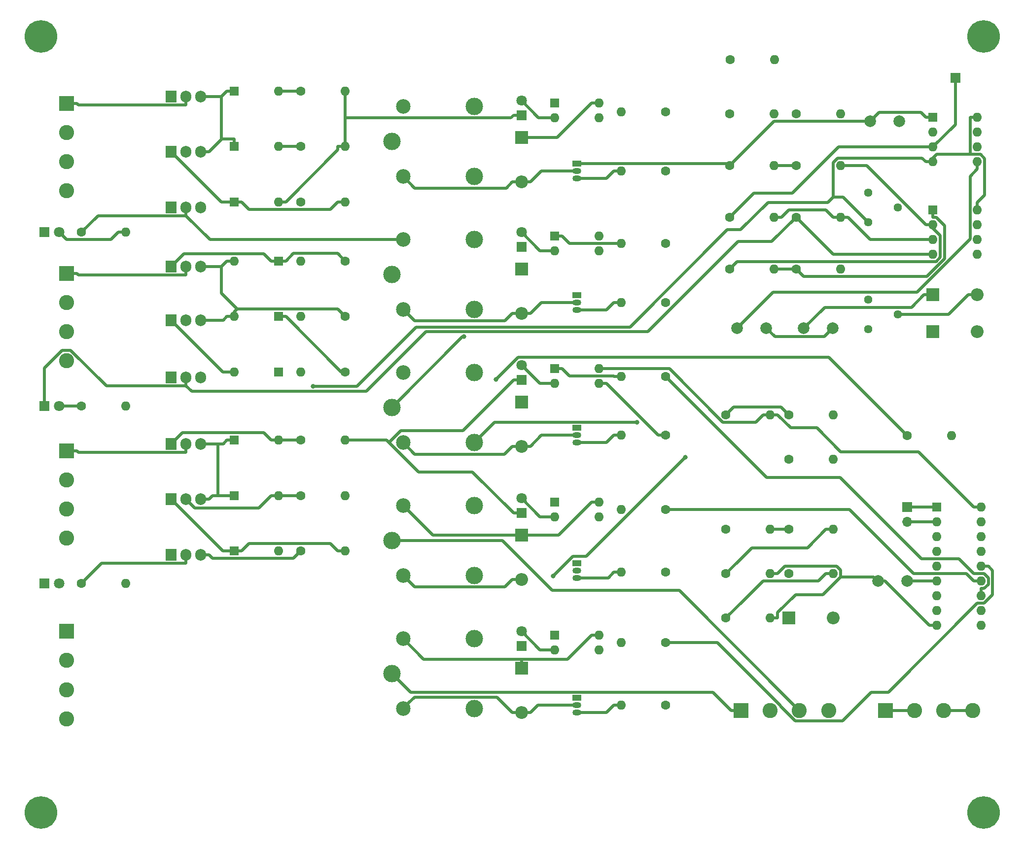
<source format=gbr>
%TF.GenerationSoftware,KiCad,Pcbnew,7.0.6*%
%TF.CreationDate,2024-10-30T10:36:51-05:00*%
%TF.ProjectId,AcCCS,41634343-532e-46b6-9963-61645f706362,rev?*%
%TF.SameCoordinates,Original*%
%TF.FileFunction,Copper,L1,Top*%
%TF.FilePolarity,Positive*%
%FSLAX46Y46*%
G04 Gerber Fmt 4.6, Leading zero omitted, Abs format (unit mm)*
G04 Created by KiCad (PCBNEW 7.0.6) date 2024-10-30 10:36:51*
%MOMM*%
%LPD*%
G01*
G04 APERTURE LIST*
%TA.AperFunction,ComponentPad*%
%ADD10C,3.000000*%
%TD*%
%TA.AperFunction,ComponentPad*%
%ADD11C,2.500000*%
%TD*%
%TA.AperFunction,ComponentPad*%
%ADD12C,1.600000*%
%TD*%
%TA.AperFunction,ComponentPad*%
%ADD13O,1.600000X1.600000*%
%TD*%
%TA.AperFunction,ComponentPad*%
%ADD14R,1.800000X1.800000*%
%TD*%
%TA.AperFunction,ComponentPad*%
%ADD15C,1.800000*%
%TD*%
%TA.AperFunction,ComponentPad*%
%ADD16C,5.600000*%
%TD*%
%TA.AperFunction,ComponentPad*%
%ADD17C,2.000000*%
%TD*%
%TA.AperFunction,ComponentPad*%
%ADD18R,1.600000X1.600000*%
%TD*%
%TA.AperFunction,ComponentPad*%
%ADD19R,2.600000X2.600000*%
%TD*%
%TA.AperFunction,ComponentPad*%
%ADD20C,2.600000*%
%TD*%
%TA.AperFunction,ComponentPad*%
%ADD21R,1.905000X2.000000*%
%TD*%
%TA.AperFunction,ComponentPad*%
%ADD22O,1.905000X2.000000*%
%TD*%
%TA.AperFunction,ComponentPad*%
%ADD23R,1.700000X1.700000*%
%TD*%
%TA.AperFunction,ComponentPad*%
%ADD24O,1.700000X1.700000*%
%TD*%
%TA.AperFunction,ComponentPad*%
%ADD25R,2.200000X2.200000*%
%TD*%
%TA.AperFunction,ComponentPad*%
%ADD26O,2.200000X2.200000*%
%TD*%
%TA.AperFunction,ComponentPad*%
%ADD27C,1.440000*%
%TD*%
%TA.AperFunction,ComponentPad*%
%ADD28R,1.500000X1.050000*%
%TD*%
%TA.AperFunction,ComponentPad*%
%ADD29O,1.500000X1.050000*%
%TD*%
%TA.AperFunction,ViaPad*%
%ADD30C,0.800000*%
%TD*%
%TA.AperFunction,Conductor*%
%ADD31C,0.500000*%
%TD*%
%TA.AperFunction,Conductor*%
%ADD32C,0.250000*%
%TD*%
G04 APERTURE END LIST*
D10*
%TO.P,K5,1*%
%TO.N,/PEV_PP*%
X121240000Y-128355900D03*
D11*
%TO.P,K5,2*%
%TO.N,Net-(D11-A)*%
X123190000Y-134405900D03*
D10*
%TO.P,K5,3*%
%TO.N,Net-(K5-Pad3)*%
X135390000Y-134405900D03*
%TO.P,K5,4*%
%TO.N,unconnected-(K5-Pad4)*%
X135440000Y-122355900D03*
D11*
%TO.P,K5,5*%
%TO.N,/+5V*%
X123190000Y-122405900D03*
%TD*%
D12*
%TO.P,R30,1*%
%TO.N,/GP3*%
X168275000Y-100180900D03*
D13*
%TO.P,R30,2*%
%TO.N,Net-(R30-Pad2)*%
X160655000Y-100180900D03*
%TD*%
D12*
%TO.P,R9,1*%
%TO.N,Net-(R8-Pad2)*%
X190695000Y-58865900D03*
D13*
%TO.P,R9,2*%
%TO.N,/OPAMP_OUT*%
X198315000Y-58865900D03*
%TD*%
D14*
%TO.P,D15,1,K*%
%TO.N,/GND*%
X143510000Y-100815900D03*
D15*
%TO.P,D15,2,A*%
%TO.N,Net-(D15-A)*%
X143510000Y-98275900D03*
%TD*%
D16*
%TO.P,M2,1*%
%TO.N,/GND*%
X222885000Y-18900900D03*
%TD*%
D17*
%TO.P,C2,1*%
%TO.N,Net-(D1-K)*%
X192005000Y-69025900D03*
%TO.P,C2,2*%
%TO.N,/GND*%
X197005000Y-69025900D03*
%TD*%
D18*
%TO.P,U8,1*%
%TO.N,Net-(R31-Pad2)*%
X149225000Y-121765900D03*
D13*
%TO.P,U8,2*%
%TO.N,Net-(D16-A)*%
X149225000Y-124305900D03*
%TO.P,U8,3*%
%TO.N,Net-(R26-Pad1)*%
X156845000Y-124305900D03*
%TO.P,U8,4*%
%TO.N,/+5V*%
X156845000Y-121765900D03*
%TD*%
D19*
%TO.P,J1,1,Pin_1*%
%TO.N,/GND*%
X65405000Y-121135900D03*
D20*
%TO.P,J1,2,Pin_2*%
X65405000Y-126135900D03*
%TO.P,J1,3,Pin_3*%
X65405000Y-131135900D03*
%TO.P,J1,4,Pin_4*%
X65405000Y-136135900D03*
%TD*%
D17*
%TO.P,C1,1*%
%TO.N,Net-(U1-CTL)*%
X180575000Y-69025900D03*
%TO.P,C1,2*%
%TO.N,/GND*%
X185575000Y-69025900D03*
%TD*%
D18*
%TO.P,D19,1,K*%
%TO.N,Net-(D19-K)*%
X101800000Y-67005900D03*
D13*
%TO.P,D19,2,A*%
%TO.N,Net-(D17-A)*%
X94180000Y-67005900D03*
%TD*%
D14*
%TO.P,D14,1,K*%
%TO.N,/GND*%
X143510000Y-77920900D03*
D15*
%TO.P,D14,2,A*%
%TO.N,Net-(D14-A)*%
X143510000Y-75380900D03*
%TD*%
D12*
%TO.P,R4,1*%
%TO.N,/GND*%
X179265000Y-41085900D03*
D13*
%TO.P,R4,2*%
%TO.N,Net-(R4-Pad2)*%
X186885000Y-41085900D03*
%TD*%
D17*
%TO.P,C3,1*%
%TO.N,/GND*%
X203435000Y-33465900D03*
%TO.P,C3,2*%
%TO.N,/+12V*%
X208435000Y-33465900D03*
%TD*%
D12*
%TO.P,R10,1*%
%TO.N,/+12V*%
X67945000Y-112880900D03*
D13*
%TO.P,R10,2*%
%TO.N,Net-(D4-A)*%
X75565000Y-112880900D03*
%TD*%
D18*
%TO.P,U2,1*%
%TO.N,Net-(R8-Pad2)*%
X214200000Y-48715900D03*
D13*
%TO.P,U2,2,-*%
%TO.N,Net-(U2--)*%
X214200000Y-51255900D03*
%TO.P,U2,3,+*%
%TO.N,Net-(U2-+)*%
X214200000Y-53795900D03*
%TO.P,U2,4,V-*%
%TO.N,/-12V*%
X214200000Y-56335900D03*
%TO.P,U2,5*%
%TO.N,N/C*%
X221820000Y-56335900D03*
%TO.P,U2,6*%
X221820000Y-53795900D03*
%TO.P,U2,7*%
X221820000Y-51255900D03*
%TO.P,U2,8,V+*%
%TO.N,/+12V*%
X221820000Y-48715900D03*
%TD*%
D12*
%TO.P,R24,1*%
%TO.N,Net-(R24-Pad1)*%
X168275000Y-87445900D03*
D13*
%TO.P,R24,2*%
%TO.N,Net-(Q3-B)*%
X160655000Y-87445900D03*
%TD*%
D12*
%TO.P,R3,1*%
%TO.N,Net-(R3-Pad1)*%
X190695000Y-32195900D03*
D13*
%TO.P,R3,2*%
%TO.N,Net-(D1-A)*%
X198315000Y-32195900D03*
%TD*%
D12*
%TO.P,R16,1*%
%TO.N,Net-(K5-Pad3)*%
X178635000Y-83905900D03*
D13*
%TO.P,R16,2*%
%TO.N,/+5V*%
X186255000Y-83905900D03*
%TD*%
D21*
%TO.P,Q8,1,G*%
%TO.N,Net-(D19-K)*%
X83385000Y-77475900D03*
D22*
%TO.P,Q8,2,D*%
%TO.N,/-12V*%
X85925000Y-77475900D03*
%TO.P,Q8,3,S*%
%TO.N,Net-(D17-A)*%
X88465000Y-77475900D03*
%TD*%
D18*
%TO.P,D22,1,K*%
%TO.N,Net-(D20-K)*%
X94180000Y-37795900D03*
D13*
%TO.P,D22,2,A*%
%TO.N,Net-(D22-A)*%
X101800000Y-37795900D03*
%TD*%
D18*
%TO.P,D24,1,K*%
%TO.N,Net-(D24-K)*%
X94180000Y-107320900D03*
D13*
%TO.P,D24,2,A*%
%TO.N,/GND*%
X101800000Y-107320900D03*
%TD*%
D18*
%TO.P,U6,1*%
%TO.N,Net-(R29-Pad2)*%
X149225000Y-76015900D03*
D13*
%TO.P,U6,2*%
%TO.N,Net-(D14-A)*%
X149225000Y-78555900D03*
%TO.P,U6,3*%
%TO.N,Net-(R24-Pad1)*%
X156845000Y-78555900D03*
%TO.P,U6,4*%
%TO.N,/+5V*%
X156845000Y-76015900D03*
%TD*%
D23*
%TO.P,J8,1,Pin_1*%
%TO.N,/I2C_SCL*%
X209750000Y-99780900D03*
D24*
%TO.P,J8,2,Pin_2*%
%TO.N,/I2C_SDA*%
X209750000Y-102320900D03*
%TD*%
D25*
%TO.P,D11,1,K*%
%TO.N,/+5V*%
X143510000Y-127485900D03*
D26*
%TO.P,D11,2,A*%
%TO.N,Net-(D11-A)*%
X143510000Y-135105900D03*
%TD*%
D18*
%TO.P,U5,1*%
%TO.N,Net-(R28-Pad2)*%
X149225000Y-53190900D03*
D13*
%TO.P,U5,2*%
%TO.N,Net-(D13-A)*%
X149225000Y-55730900D03*
%TO.P,U5,3*%
%TO.N,Net-(R23-Pad1)*%
X156845000Y-55730900D03*
%TO.P,U5,4*%
%TO.N,/+5V*%
X156845000Y-53190900D03*
%TD*%
D23*
%TO.P,J6,1,Pin_1*%
%TO.N,/555_OUT*%
X218059000Y-26035000D03*
%TD*%
D12*
%TO.P,R29,1*%
%TO.N,/GP2*%
X168275000Y-77320900D03*
D13*
%TO.P,R29,2*%
%TO.N,Net-(R29-Pad2)*%
X160655000Y-77320900D03*
%TD*%
D14*
%TO.P,D3,1,K*%
%TO.N,/-12V*%
X61595000Y-82400900D03*
D15*
%TO.P,D3,2,A*%
%TO.N,Net-(D3-A)*%
X64135000Y-82400900D03*
%TD*%
D27*
%TO.P,RV1,1,1*%
%TO.N,unconnected-(RV1-Pad1)*%
X203085000Y-69215000D03*
%TO.P,RV1,2,2*%
%TO.N,Net-(D1-A)*%
X208165000Y-66675000D03*
%TO.P,RV1,3,3*%
%TO.N,Net-(R1-Pad1)*%
X203085000Y-64135000D03*
%TD*%
D12*
%TO.P,R19,1*%
%TO.N,Net-(R14-Pad2)*%
X178635000Y-118830900D03*
D13*
%TO.P,R19,2*%
%TO.N,/GND*%
X186255000Y-118830900D03*
%TD*%
D21*
%TO.P,Q14,1,G*%
%TO.N,Net-(D25-A)*%
X83385000Y-107955900D03*
D22*
%TO.P,Q14,2,D*%
%TO.N,/+12V*%
X85925000Y-107955900D03*
%TO.P,Q14,3,S*%
%TO.N,Net-(D23-K)*%
X88465000Y-107955900D03*
%TD*%
D12*
%TO.P,R25,1*%
%TO.N,Net-(R25-Pad1)*%
X168275000Y-110975900D03*
D13*
%TO.P,R25,2*%
%TO.N,Net-(Q4-B)*%
X160655000Y-110975900D03*
%TD*%
D18*
%TO.P,D18,1,K*%
%TO.N,/GND*%
X101800000Y-76530900D03*
D13*
%TO.P,D18,2,A*%
%TO.N,Net-(D18-A)*%
X94180000Y-76530900D03*
%TD*%
D12*
%TO.P,R40,1*%
%TO.N,Net-(D25-A)*%
X105610000Y-97795900D03*
D13*
%TO.P,R40,2*%
%TO.N,/GND*%
X113230000Y-97795900D03*
%TD*%
D14*
%TO.P,D12,1,K*%
%TO.N,/GND*%
X143510000Y-32470900D03*
D15*
%TO.P,D12,2,A*%
%TO.N,Net-(D12-A)*%
X143510000Y-29930900D03*
%TD*%
D18*
%TO.P,U1,1,GND*%
%TO.N,/GND*%
X214190000Y-32830900D03*
D13*
%TO.P,U1,2,TR*%
%TO.N,Net-(D1-K)*%
X214190000Y-35370900D03*
%TO.P,U1,3,OUT*%
%TO.N,/555_OUT*%
X214190000Y-37910900D03*
%TO.P,U1,4,RST*%
%TO.N,/+12V*%
X214190000Y-40450900D03*
%TO.P,U1,5,CTL*%
%TO.N,Net-(U1-CTL)*%
X221810000Y-40450900D03*
%TO.P,U1,6,TH*%
%TO.N,Net-(D1-K)*%
X221810000Y-37910900D03*
%TO.P,U1,7,DIS*%
%TO.N,Net-(D1-A)*%
X221810000Y-35370900D03*
%TO.P,U1,8,VCC*%
%TO.N,/+12V*%
X221810000Y-32830900D03*
%TD*%
D10*
%TO.P,K1,1*%
%TO.N,/OPAMP_OUT*%
X121240000Y-36915900D03*
D11*
%TO.P,K1,2*%
%TO.N,Net-(D7-A)*%
X123190000Y-42965900D03*
D10*
%TO.P,K1,3*%
%TO.N,/EVSE_CP*%
X135390000Y-42965900D03*
%TO.P,K1,4*%
%TO.N,unconnected-(K1-Pad4)*%
X135440000Y-30915900D03*
D11*
%TO.P,K1,5*%
%TO.N,/+5V*%
X123190000Y-30965900D03*
%TD*%
D18*
%TO.P,D25,1,K*%
%TO.N,Net-(D23-K)*%
X94180000Y-97795900D03*
D13*
%TO.P,D25,2,A*%
%TO.N,Net-(D25-A)*%
X101800000Y-97795900D03*
%TD*%
D12*
%TO.P,R17,1*%
%TO.N,Net-(K4-Pad3)*%
X209750000Y-87480900D03*
D13*
%TO.P,R17,2*%
%TO.N,/GND*%
X217370000Y-87480900D03*
%TD*%
D12*
%TO.P,R27,1*%
%TO.N,/GP0*%
X168275000Y-31835900D03*
D13*
%TO.P,R27,2*%
%TO.N,Net-(R27-Pad2)*%
X160655000Y-31835900D03*
%TD*%
D12*
%TO.P,R22,1*%
%TO.N,Net-(R22-Pad1)*%
X168275000Y-41995900D03*
D13*
%TO.P,R22,2*%
%TO.N,Net-(Q1-B)*%
X160655000Y-41995900D03*
%TD*%
D12*
%TO.P,R36,1*%
%TO.N,Net-(D20-K)*%
X105610000Y-47320900D03*
D13*
%TO.P,R36,2*%
%TO.N,Net-(D21-K)*%
X113230000Y-47320900D03*
%TD*%
D16*
%TO.P,M3,1*%
%TO.N,/GND*%
X60960000Y-152250900D03*
%TD*%
D12*
%TO.P,R7,1*%
%TO.N,/-12V*%
X190695000Y-49975900D03*
D13*
%TO.P,R7,2*%
%TO.N,Net-(U2-+)*%
X198315000Y-49975900D03*
%TD*%
D12*
%TO.P,R18,1*%
%TO.N,Net-(R13-Pad2)*%
X189430000Y-103590900D03*
D13*
%TO.P,R18,2*%
%TO.N,Net-(R18-Pad2)*%
X197050000Y-103590900D03*
%TD*%
D25*
%TO.P,D8,1,K*%
%TO.N,/+5V*%
X143510000Y-58905900D03*
D26*
%TO.P,D8,2,A*%
%TO.N,Net-(D8-A)*%
X143510000Y-66525900D03*
%TD*%
D12*
%TO.P,R38,1*%
%TO.N,Net-(D23-A)*%
X105610000Y-88270900D03*
D13*
%TO.P,R38,2*%
%TO.N,/GND*%
X113230000Y-88270900D03*
%TD*%
D25*
%TO.P,D10,1,K*%
%TO.N,/+5V*%
X143510000Y-104625900D03*
D26*
%TO.P,D10,2,A*%
%TO.N,Net-(D10-A)*%
X143510000Y-112245900D03*
%TD*%
D12*
%TO.P,R1,1*%
%TO.N,Net-(R1-Pad1)*%
X179265000Y-32195900D03*
D13*
%TO.P,R1,2*%
%TO.N,Net-(R1-Pad2)*%
X186885000Y-32195900D03*
%TD*%
D12*
%TO.P,R21,1*%
%TO.N,Net-(R18-Pad2)*%
X178635000Y-111210900D03*
D13*
%TO.P,R21,2*%
%TO.N,/GND*%
X186255000Y-111210900D03*
%TD*%
D28*
%TO.P,Q4,1,E*%
%TO.N,/GND*%
X153035000Y-109430900D03*
D29*
%TO.P,Q4,2,C*%
%TO.N,Net-(D10-A)*%
X153035000Y-110700900D03*
%TO.P,Q4,3,B*%
%TO.N,Net-(Q4-B)*%
X153035000Y-111970900D03*
%TD*%
D16*
%TO.P,M1,1*%
%TO.N,/GND*%
X60960000Y-18900900D03*
%TD*%
D27*
%TO.P,RV2,1,1*%
%TO.N,/+12V*%
X203085000Y-50800000D03*
%TO.P,RV2,2,2*%
%TO.N,Net-(R3-Pad1)*%
X208165000Y-48260000D03*
%TO.P,RV2,3,3*%
%TO.N,unconnected-(RV2-Pad3)*%
X203085000Y-45720000D03*
%TD*%
D25*
%TO.P,D2,1,K*%
%TO.N,Net-(D2-K)*%
X214190000Y-69660900D03*
D26*
%TO.P,D2,2,A*%
%TO.N,Net-(D1-K)*%
X221810000Y-69660900D03*
%TD*%
D14*
%TO.P,D5,1,K*%
%TO.N,/GND*%
X61595000Y-52555900D03*
D15*
%TO.P,D5,2,A*%
%TO.N,Net-(D5-A)*%
X64135000Y-52555900D03*
%TD*%
D25*
%TO.P,D9,1,K*%
%TO.N,/+5V*%
X143510000Y-81730900D03*
D26*
%TO.P,D9,2,A*%
%TO.N,Net-(D9-A)*%
X143510000Y-89350900D03*
%TD*%
D21*
%TO.P,Q11,1,G*%
%TO.N,Net-(D22-A)*%
X83385000Y-48265900D03*
D22*
%TO.P,Q11,2,D*%
%TO.N,/+5V*%
X85925000Y-48265900D03*
%TO.P,Q11,3,S*%
%TO.N,Net-(D20-K)*%
X88465000Y-48265900D03*
%TD*%
D12*
%TO.P,R26,1*%
%TO.N,Net-(R26-Pad1)*%
X168275000Y-133835900D03*
D13*
%TO.P,R26,2*%
%TO.N,Net-(Q5-B)*%
X160655000Y-133835900D03*
%TD*%
D19*
%TO.P,J7,1,Pin_1*%
%TO.N,/PEV_PP*%
X181255000Y-134705900D03*
D20*
%TO.P,J7,2,Pin_2*%
%TO.N,/PEV_CP*%
X186255000Y-134705900D03*
%TO.P,J7,3,Pin_3*%
%TO.N,/EVSE_PP*%
X191255000Y-134705900D03*
%TO.P,J7,4,Pin_4*%
%TO.N,/EVSE_CP*%
X196255000Y-134705900D03*
%TD*%
D18*
%TO.P,U7,1*%
%TO.N,Net-(R30-Pad2)*%
X149225000Y-98910900D03*
D13*
%TO.P,U7,2*%
%TO.N,Net-(D15-A)*%
X149225000Y-101450900D03*
%TO.P,U7,3*%
%TO.N,Net-(R25-Pad1)*%
X156845000Y-101450900D03*
%TO.P,U7,4*%
%TO.N,/+5V*%
X156845000Y-98910900D03*
%TD*%
D12*
%TO.P,R33,1*%
%TO.N,Net-(D17-A)*%
X113230000Y-67005900D03*
D13*
%TO.P,R33,2*%
%TO.N,Net-(D18-A)*%
X105610000Y-67005900D03*
%TD*%
D12*
%TO.P,R2,1*%
%TO.N,Net-(R1-Pad2)*%
X179349400Y-22860000D03*
D13*
%TO.P,R2,2*%
%TO.N,Net-(D2-K)*%
X186969400Y-22860000D03*
%TD*%
D19*
%TO.P,J4,1,Pin_1*%
%TO.N,/+5V_IN*%
X65405000Y-30410900D03*
D20*
%TO.P,J4,2,Pin_2*%
X65405000Y-35410900D03*
%TO.P,J4,3,Pin_3*%
X65405000Y-40410900D03*
%TO.P,J4,4,Pin_4*%
X65405000Y-45410900D03*
%TD*%
D14*
%TO.P,D16,1,K*%
%TO.N,/GND*%
X143510000Y-123675900D03*
D15*
%TO.P,D16,2,A*%
%TO.N,Net-(D16-A)*%
X143510000Y-121135900D03*
%TD*%
D14*
%TO.P,D4,1,K*%
%TO.N,/GND*%
X61595000Y-112880900D03*
D15*
%TO.P,D4,2,A*%
%TO.N,Net-(D4-A)*%
X64135000Y-112880900D03*
%TD*%
D12*
%TO.P,R39,1*%
%TO.N,Net-(D23-K)*%
X105610000Y-107320900D03*
D13*
%TO.P,R39,2*%
%TO.N,Net-(D24-K)*%
X113230000Y-107320900D03*
%TD*%
D12*
%TO.P,R31,1*%
%TO.N,/GP4*%
X168275000Y-123040900D03*
D13*
%TO.P,R31,2*%
%TO.N,Net-(R31-Pad2)*%
X160655000Y-123040900D03*
%TD*%
D25*
%TO.P,D6,1,K*%
%TO.N,Net-(D6-K)*%
X189430000Y-118830900D03*
D26*
%TO.P,D6,2,A*%
%TO.N,/PEV_CP*%
X197050000Y-118830900D03*
%TD*%
D21*
%TO.P,Q13,1,G*%
%TO.N,Net-(D24-K)*%
X83385000Y-98430900D03*
D22*
%TO.P,Q13,2,D*%
%TO.N,Net-(D25-A)*%
X85925000Y-98430900D03*
%TO.P,Q13,3,S*%
%TO.N,Net-(D23-K)*%
X88465000Y-98430900D03*
%TD*%
D17*
%TO.P,C4,1*%
%TO.N,/GND*%
X204750000Y-112480900D03*
%TO.P,C4,2*%
%TO.N,/+5V*%
X209750000Y-112480900D03*
%TD*%
D12*
%TO.P,R34,1*%
%TO.N,Net-(D19-K)*%
X113230000Y-76530900D03*
D13*
%TO.P,R34,2*%
%TO.N,/GND*%
X105610000Y-76530900D03*
%TD*%
D28*
%TO.P,Q1,1,E*%
%TO.N,/GND*%
X153035000Y-40725900D03*
D29*
%TO.P,Q1,2,C*%
%TO.N,Net-(D7-A)*%
X153035000Y-41995900D03*
%TO.P,Q1,3,B*%
%TO.N,Net-(Q1-B)*%
X153035000Y-43265900D03*
%TD*%
D28*
%TO.P,Q3,1,E*%
%TO.N,/GND*%
X153035000Y-86175900D03*
D29*
%TO.P,Q3,2,C*%
%TO.N,Net-(D9-A)*%
X153035000Y-87445900D03*
%TO.P,Q3,3,B*%
%TO.N,Net-(Q3-B)*%
X153035000Y-88715900D03*
%TD*%
D18*
%TO.P,D23,1,K*%
%TO.N,Net-(D23-K)*%
X94180000Y-88270900D03*
D13*
%TO.P,D23,2,A*%
%TO.N,Net-(D23-A)*%
X101800000Y-88270900D03*
%TD*%
D12*
%TO.P,R35,1*%
%TO.N,Net-(D20-A)*%
X105610000Y-28270900D03*
D13*
%TO.P,R35,2*%
%TO.N,/GND*%
X113230000Y-28270900D03*
%TD*%
D28*
%TO.P,Q2,1,E*%
%TO.N,/GND*%
X153035000Y-63350900D03*
D29*
%TO.P,Q2,2,C*%
%TO.N,Net-(D8-A)*%
X153035000Y-64620900D03*
%TO.P,Q2,3,B*%
%TO.N,Net-(Q2-B)*%
X153035000Y-65890900D03*
%TD*%
D12*
%TO.P,R23,1*%
%TO.N,Net-(R23-Pad1)*%
X168275000Y-64620900D03*
D13*
%TO.P,R23,2*%
%TO.N,Net-(Q2-B)*%
X160655000Y-64620900D03*
%TD*%
D18*
%TO.P,U3,1,SCL*%
%TO.N,/I2C_SCL*%
X214830000Y-99780900D03*
D13*
%TO.P,U3,2,SDA*%
%TO.N,/I2C_SDA*%
X214830000Y-102320900D03*
%TO.P,U3,3,A2*%
%TO.N,/GND*%
X214830000Y-104860900D03*
%TO.P,U3,4,A1*%
X214830000Y-107400900D03*
%TO.P,U3,5,A0*%
X214830000Y-109940900D03*
%TO.P,U3,6,~{RESET}*%
%TO.N,/+5V*%
X214830000Y-112480900D03*
%TO.P,U3,7,NC*%
%TO.N,unconnected-(U3-NC-Pad7)*%
X214830000Y-115020900D03*
%TO.P,U3,8,INT*%
%TO.N,unconnected-(U3-INT-Pad8)*%
X214830000Y-117560900D03*
%TO.P,U3,9,VSS*%
%TO.N,/GND*%
X214830000Y-120100900D03*
%TO.P,U3,10,GP0*%
%TO.N,/GP0*%
X222450000Y-120100900D03*
%TO.P,U3,11,GP1*%
%TO.N,/GP1*%
X222450000Y-117560900D03*
%TO.P,U3,12,GP2*%
%TO.N,/GP2*%
X222450000Y-115020900D03*
%TO.P,U3,13,GP3*%
%TO.N,/GP3*%
X222450000Y-112480900D03*
%TO.P,U3,14,GP4*%
%TO.N,/GP4*%
X222450000Y-109940900D03*
%TO.P,U3,15,GP5*%
%TO.N,unconnected-(U3-GP5-Pad15)*%
X222450000Y-107400900D03*
%TO.P,U3,16,GP6*%
%TO.N,unconnected-(U3-GP6-Pad16)*%
X222450000Y-104860900D03*
%TO.P,U3,17,GP7*%
%TO.N,unconnected-(U3-GP7-Pad17)*%
X222450000Y-102320900D03*
%TO.P,U3,18,VDD*%
%TO.N,/+5V*%
X222450000Y-99780900D03*
%TD*%
D12*
%TO.P,R37,1*%
%TO.N,Net-(D22-A)*%
X105610000Y-37795900D03*
D13*
%TO.P,R37,2*%
%TO.N,/GND*%
X113230000Y-37795900D03*
%TD*%
D12*
%TO.P,R32,1*%
%TO.N,Net-(D17-K)*%
X113230000Y-57480900D03*
D13*
%TO.P,R32,2*%
%TO.N,/GND*%
X105610000Y-57480900D03*
%TD*%
D16*
%TO.P,M4,1*%
%TO.N,/GND*%
X222885000Y-152250900D03*
%TD*%
D12*
%TO.P,R15,1*%
%TO.N,Net-(K5-Pad3)*%
X189430000Y-83905900D03*
D13*
%TO.P,R15,2*%
%TO.N,Net-(R15-Pad2)*%
X197050000Y-83905900D03*
%TD*%
D10*
%TO.P,K4,1*%
%TO.N,/EVSE_PP*%
X121240000Y-105495900D03*
D11*
%TO.P,K4,2*%
%TO.N,Net-(D10-A)*%
X123190000Y-111545900D03*
D10*
%TO.P,K4,3*%
%TO.N,Net-(K4-Pad3)*%
X135390000Y-111545900D03*
%TO.P,K4,4*%
%TO.N,unconnected-(K4-Pad4)*%
X135440000Y-99495900D03*
D11*
%TO.P,K4,5*%
%TO.N,/+5V*%
X123190000Y-99545900D03*
%TD*%
D25*
%TO.P,D1,1,K*%
%TO.N,Net-(D1-K)*%
X214190000Y-63310900D03*
D26*
%TO.P,D1,2,A*%
%TO.N,Net-(D1-A)*%
X221810000Y-63310900D03*
%TD*%
D18*
%TO.P,U4,1*%
%TO.N,Net-(R27-Pad2)*%
X149225000Y-30330900D03*
D13*
%TO.P,U4,2*%
%TO.N,Net-(D12-A)*%
X149225000Y-32870900D03*
%TO.P,U4,3*%
%TO.N,Net-(R22-Pad1)*%
X156845000Y-32870900D03*
%TO.P,U4,4*%
%TO.N,/+5V*%
X156845000Y-30330900D03*
%TD*%
D19*
%TO.P,J3,1,Pin_1*%
%TO.N,/-12V_IN*%
X65405000Y-59620900D03*
D20*
%TO.P,J3,2,Pin_2*%
X65405000Y-64620900D03*
%TO.P,J3,3,Pin_3*%
X65405000Y-69620900D03*
%TO.P,J3,4,Pin_4*%
X65405000Y-74620900D03*
%TD*%
D19*
%TO.P,J2,1,Pin_1*%
%TO.N,/+12V_IN*%
X65405000Y-90100900D03*
D20*
%TO.P,J2,2,Pin_2*%
X65405000Y-95100900D03*
%TO.P,J2,3,Pin_3*%
X65405000Y-100100900D03*
%TO.P,J2,4,Pin_4*%
X65405000Y-105100900D03*
%TD*%
D12*
%TO.P,R6,1*%
%TO.N,/555_OUT*%
X179265000Y-49975900D03*
D13*
%TO.P,R6,2*%
%TO.N,Net-(U2-+)*%
X186885000Y-49975900D03*
%TD*%
D12*
%TO.P,R13,1*%
%TO.N,Net-(K2-Pad3)*%
X178635000Y-103590900D03*
D13*
%TO.P,R13,2*%
%TO.N,Net-(R13-Pad2)*%
X186255000Y-103590900D03*
%TD*%
D12*
%TO.P,R14,1*%
%TO.N,Net-(K3-Pad3)*%
X189430000Y-111210900D03*
D13*
%TO.P,R14,2*%
%TO.N,Net-(R14-Pad2)*%
X197050000Y-111210900D03*
%TD*%
D28*
%TO.P,Q5,1,E*%
%TO.N,/GND*%
X153035000Y-132565900D03*
D29*
%TO.P,Q5,2,C*%
%TO.N,Net-(D11-A)*%
X153035000Y-133835900D03*
%TO.P,Q5,3,B*%
%TO.N,Net-(Q5-B)*%
X153035000Y-135105900D03*
%TD*%
D10*
%TO.P,K2,1*%
%TO.N,Net-(D6-K)*%
X121240000Y-59775900D03*
D11*
%TO.P,K2,2*%
%TO.N,Net-(D8-A)*%
X123190000Y-65825900D03*
D10*
%TO.P,K2,3*%
%TO.N,Net-(K2-Pad3)*%
X135390000Y-65825900D03*
%TO.P,K2,4*%
%TO.N,unconnected-(K2-Pad4)*%
X135440000Y-53775900D03*
D11*
%TO.P,K2,5*%
%TO.N,/+5V*%
X123190000Y-53825900D03*
%TD*%
D12*
%TO.P,R8,1*%
%TO.N,Net-(U2--)*%
X179265000Y-58865900D03*
D13*
%TO.P,R8,2*%
%TO.N,Net-(R8-Pad2)*%
X186885000Y-58865900D03*
%TD*%
D12*
%TO.P,R12,1*%
%TO.N,Net-(D3-A)*%
X67945000Y-82400900D03*
D13*
%TO.P,R12,2*%
%TO.N,/GND*%
X75565000Y-82400900D03*
%TD*%
D21*
%TO.P,Q7,1,G*%
%TO.N,Net-(D18-A)*%
X83385000Y-67640900D03*
D22*
%TO.P,Q7,2,D*%
%TO.N,Net-(D19-K)*%
X85925000Y-67640900D03*
%TO.P,Q7,3,S*%
%TO.N,Net-(D17-A)*%
X88465000Y-67640900D03*
%TD*%
D12*
%TO.P,R5,1*%
%TO.N,Net-(R4-Pad2)*%
X190695000Y-41085900D03*
D13*
%TO.P,R5,2*%
%TO.N,Net-(U2--)*%
X198315000Y-41085900D03*
%TD*%
D25*
%TO.P,D7,1,K*%
%TO.N,/+5V*%
X143510000Y-36280900D03*
D26*
%TO.P,D7,2,A*%
%TO.N,Net-(D7-A)*%
X143510000Y-43900900D03*
%TD*%
D12*
%TO.P,R20,1*%
%TO.N,Net-(R15-Pad2)*%
X189430000Y-91525900D03*
D13*
%TO.P,R20,2*%
%TO.N,/GND*%
X197050000Y-91525900D03*
%TD*%
D21*
%TO.P,Q10,1,G*%
%TO.N,Net-(D21-K)*%
X83385000Y-38740900D03*
D22*
%TO.P,Q10,2,D*%
%TO.N,Net-(D22-A)*%
X85925000Y-38740900D03*
%TO.P,Q10,3,S*%
%TO.N,Net-(D20-K)*%
X88465000Y-38740900D03*
%TD*%
D14*
%TO.P,D13,1,K*%
%TO.N,/GND*%
X143510000Y-55095900D03*
D15*
%TO.P,D13,2,A*%
%TO.N,Net-(D13-A)*%
X143510000Y-52555900D03*
%TD*%
D18*
%TO.P,D17,1,K*%
%TO.N,Net-(D17-K)*%
X101800000Y-57480900D03*
D13*
%TO.P,D17,2,A*%
%TO.N,Net-(D17-A)*%
X94180000Y-57480900D03*
%TD*%
D12*
%TO.P,R28,1*%
%TO.N,/GP1*%
X168275000Y-54460900D03*
D13*
%TO.P,R28,2*%
%TO.N,Net-(R28-Pad2)*%
X160655000Y-54460900D03*
%TD*%
D12*
%TO.P,R11,1*%
%TO.N,/+5V*%
X67945000Y-52555900D03*
D13*
%TO.P,R11,2*%
%TO.N,Net-(D5-A)*%
X75565000Y-52555900D03*
%TD*%
D21*
%TO.P,Q9,1,G*%
%TO.N,Net-(D20-A)*%
X83385000Y-29215900D03*
D22*
%TO.P,Q9,2,D*%
%TO.N,/+5V_IN*%
X85925000Y-29215900D03*
%TO.P,Q9,3,S*%
%TO.N,Net-(D20-K)*%
X88465000Y-29215900D03*
%TD*%
D21*
%TO.P,Q12,1,G*%
%TO.N,Net-(D23-A)*%
X83385000Y-88905900D03*
D22*
%TO.P,Q12,2,D*%
%TO.N,/+12V_IN*%
X85925000Y-88905900D03*
%TO.P,Q12,3,S*%
%TO.N,Net-(D23-K)*%
X88465000Y-88905900D03*
%TD*%
D21*
%TO.P,Q6,1,G*%
%TO.N,Net-(D17-K)*%
X83385000Y-58425900D03*
D22*
%TO.P,Q6,2,D*%
%TO.N,/-12V_IN*%
X85925000Y-58425900D03*
%TO.P,Q6,3,S*%
%TO.N,Net-(D17-A)*%
X88465000Y-58425900D03*
%TD*%
D19*
%TO.P,J5,1,Pin_1*%
%TO.N,/GND*%
X206020000Y-134705900D03*
D20*
%TO.P,J5,2,Pin_2*%
X211020000Y-134705900D03*
%TO.P,J5,3,Pin_3*%
X216020000Y-134705900D03*
%TO.P,J5,4,Pin_4*%
X221020000Y-134705900D03*
%TD*%
D10*
%TO.P,K3,1*%
%TO.N,Net-(K2-Pad3)*%
X121240000Y-82635900D03*
D11*
%TO.P,K3,2*%
%TO.N,Net-(D9-A)*%
X123190000Y-88685900D03*
D10*
%TO.P,K3,3*%
%TO.N,Net-(K3-Pad3)*%
X135390000Y-88685900D03*
%TO.P,K3,4*%
%TO.N,unconnected-(K3-Pad4)*%
X135440000Y-76635900D03*
D11*
%TO.P,K3,5*%
%TO.N,/+5V*%
X123190000Y-76685900D03*
%TD*%
D18*
%TO.P,D20,1,K*%
%TO.N,Net-(D20-K)*%
X94180000Y-28270900D03*
D13*
%TO.P,D20,2,A*%
%TO.N,Net-(D20-A)*%
X101800000Y-28270900D03*
%TD*%
D18*
%TO.P,D21,1,K*%
%TO.N,Net-(D21-K)*%
X94180000Y-47320900D03*
D13*
%TO.P,D21,2,A*%
%TO.N,/GND*%
X101800000Y-47320900D03*
%TD*%
D30*
%TO.N,/+12V*%
X107734000Y-79033900D03*
%TO.N,Net-(K2-Pad3)*%
X133620000Y-70470400D03*
%TO.N,Net-(K3-Pad3)*%
X163398000Y-85179400D03*
%TO.N,Net-(K4-Pad3)*%
X139110000Y-77850500D03*
%TO.N,Net-(K5-Pad3)*%
X171640000Y-91213100D03*
X148937000Y-111609000D03*
%TD*%
D31*
%TO.N,Net-(U1-CTL)*%
X220558000Y-42954700D02*
X220558000Y-53735400D01*
X186757000Y-62843800D02*
X180575000Y-69025900D01*
X211450000Y-62843800D02*
X186757000Y-62843800D01*
X221810000Y-41702800D02*
X220558000Y-42954700D01*
X221810000Y-40450900D02*
X221810000Y-41702800D01*
X220558000Y-53735400D02*
X211450000Y-62843800D01*
%TO.N,/GND*%
X195260000Y-114809000D02*
X198302000Y-111767000D01*
X113230000Y-37795900D02*
X111978000Y-37795900D01*
X204914000Y-31987100D02*
X212094000Y-31987100D01*
X187507000Y-117892000D02*
X190590000Y-114809000D01*
X142158000Y-32470900D02*
X141709000Y-32920000D01*
X141709000Y-32920000D02*
X113230000Y-32920000D01*
X211020000Y-134706000D02*
X206020100Y-134706000D01*
X214830000Y-120101000D02*
X213578000Y-120101000D01*
X113230000Y-32920000D02*
X113230000Y-28270900D01*
X111978000Y-37795900D02*
X111978000Y-38394700D01*
X185575000Y-69025900D02*
X187052000Y-70502900D01*
X188776000Y-109941000D02*
X187507000Y-111211000D01*
X143510000Y-100816000D02*
X142158000Y-100816000D01*
X113230000Y-32920000D02*
X113230000Y-37795900D01*
X125824000Y-93756300D02*
X120765000Y-88697200D01*
X153035000Y-40725900D02*
X178905000Y-40725900D01*
X143510000Y-32470900D02*
X142158000Y-32470900D01*
X187507000Y-111211000D02*
X186255100Y-111211000D01*
X142158000Y-77920900D02*
X143510000Y-77920900D01*
X187507000Y-118831000D02*
X187507000Y-117892000D01*
X198302000Y-111767000D02*
X198302000Y-110626000D01*
X195528000Y-70502900D02*
X197005000Y-69025900D01*
X142158000Y-100816000D02*
X135098000Y-93756300D01*
X186255100Y-118831000D02*
X187507000Y-118831000D01*
X221019900Y-134706000D02*
X216020000Y-134706000D01*
X204393000Y-112124000D02*
X204036000Y-111767000D01*
X111978000Y-38394700D02*
X103052000Y-47320900D01*
X212094000Y-31987100D02*
X212938000Y-32830900D01*
X135098000Y-93756300D02*
X125824000Y-93756300D01*
X133454000Y-86625300D02*
X142158000Y-77920900D01*
X213578000Y-120101000D02*
X205958000Y-112481000D01*
X120765000Y-88697200D02*
X120339000Y-88270900D01*
X187052000Y-70502900D02*
X195528000Y-70502900D01*
X204036000Y-111767000D02*
X198302000Y-111767000D01*
X212938000Y-32830900D02*
X214190000Y-32830900D01*
X122837000Y-86625300D02*
X133454000Y-86625300D01*
X120765000Y-88697200D02*
X122837000Y-86625300D01*
X198302000Y-110626000D02*
X197617000Y-109941000D01*
X103052000Y-47320900D02*
X101800000Y-47320900D01*
X120339000Y-88270900D02*
X113230000Y-88270900D01*
X190590000Y-114809000D02*
X195260000Y-114809000D01*
X186885000Y-33465900D02*
X203435000Y-33465900D01*
X179265000Y-41085900D02*
X186885000Y-33465900D01*
X205958000Y-112481000D02*
X204750000Y-112481000D01*
X197617000Y-109941000D02*
X188776000Y-109941000D01*
X203435000Y-33465900D02*
X204914000Y-31987100D01*
%TO.N,Net-(D1-K)*%
X195594000Y-65437100D02*
X210512000Y-65437100D01*
X210512000Y-65437100D02*
X212638000Y-63310900D01*
X192005000Y-69025900D02*
X195594000Y-65437100D01*
X212638000Y-63310900D02*
X214190000Y-63310900D01*
%TO.N,/+12V*%
X196088000Y-47433800D02*
X197052000Y-46470200D01*
X115296000Y-79033900D02*
X125454000Y-68875400D01*
X71418100Y-109408000D02*
X69681600Y-111144500D01*
X220558000Y-39180900D02*
X222358000Y-39180900D01*
D32*
X69681600Y-111144500D02*
X69681400Y-111144500D01*
D31*
X222358000Y-39180900D02*
X223072000Y-39894800D01*
X214834000Y-39180900D02*
X220558000Y-39180900D01*
X198755000Y-46470200D02*
X203085000Y-50800000D01*
X85925000Y-107956000D02*
X85925000Y-109408000D01*
X214190000Y-40450900D02*
X213564000Y-40450900D01*
X178876000Y-52133000D02*
X181171000Y-52133000D01*
X85925000Y-109408000D02*
X71418100Y-109408000D01*
X223072000Y-46212200D02*
X221820000Y-47464000D01*
X212938000Y-40450900D02*
X212293000Y-39806100D01*
D32*
X69681400Y-111144500D02*
X67945000Y-112880900D01*
D31*
X197052000Y-40572400D02*
X197052000Y-46470200D01*
X212293000Y-39806100D02*
X197818000Y-39806100D01*
X162134000Y-68875400D02*
X178876000Y-52133000D01*
X223072000Y-39894800D02*
X223072000Y-46212200D01*
X197818000Y-39806100D02*
X197052000Y-40572400D01*
X213564000Y-40450900D02*
X214834000Y-39180900D01*
X197052000Y-46470200D02*
X198755000Y-46470200D01*
X181171000Y-52133000D02*
X185870000Y-47433800D01*
X220558000Y-32830900D02*
X221810000Y-32830900D01*
X213564000Y-40450900D02*
X212938000Y-40450900D01*
X107734000Y-79033900D02*
X115296000Y-79033900D01*
X125454000Y-68875400D02*
X162134000Y-68875400D01*
X69681600Y-111144500D02*
X67945000Y-112881000D01*
X220558000Y-39180900D02*
X220558000Y-32830900D01*
X221820000Y-47464000D02*
X221820000Y-48715900D01*
X185870000Y-47433800D02*
X196088000Y-47433800D01*
%TO.N,/+5V*%
X143510000Y-127485900D02*
X143510000Y-125904000D01*
X155593000Y-98910900D02*
X149878000Y-104626000D01*
X198359000Y-90275500D02*
X194257000Y-86173200D01*
X183747000Y-85161800D02*
X178120000Y-85161800D01*
X222450000Y-99780900D02*
X221198000Y-99780900D01*
X211693000Y-90275500D02*
X198359000Y-90275500D01*
X156845000Y-30330900D02*
X155593000Y-30330900D01*
X189774000Y-86173200D02*
X187507000Y-83905900D01*
X155593000Y-121766000D02*
X156844900Y-121766000D01*
X85925000Y-49716100D02*
X90034800Y-53825900D01*
X70783100Y-49717800D02*
X67945000Y-52555900D01*
X85925000Y-48265900D02*
X85925000Y-49716100D01*
X151454000Y-125904000D02*
X155593000Y-121766000D01*
X168975000Y-76015900D02*
X156845000Y-76015900D01*
X187507000Y-83905900D02*
X186255000Y-83905900D01*
X194257000Y-86173200D02*
X189774000Y-86173200D01*
X126689000Y-125904000D02*
X143510000Y-125904000D01*
X155593000Y-30330900D02*
X149643000Y-36280900D01*
X128270000Y-104626000D02*
X123190000Y-99545900D01*
X185003000Y-83905900D02*
X183747000Y-85161800D01*
X143510000Y-125904000D02*
X151454000Y-125904000D01*
X214830000Y-112481000D02*
X209750000Y-112481000D01*
X221198000Y-99780900D02*
X211693000Y-90275500D01*
X143510100Y-104626000D02*
X128270000Y-104626000D01*
X123190000Y-122406000D02*
X126689000Y-125904000D01*
X156845000Y-98910900D02*
X155593000Y-98910900D01*
X85923300Y-49717800D02*
X70783100Y-49717800D01*
X90034800Y-53825900D02*
X123190000Y-53825900D01*
X149643000Y-36280900D02*
X143510000Y-36280900D01*
X149878000Y-104626000D02*
X143510100Y-104626000D01*
X178120000Y-85161800D02*
X168975000Y-76015900D01*
X186255000Y-83905900D02*
X185003000Y-83905900D01*
X85925000Y-49716100D02*
X85923300Y-49717800D01*
%TO.N,Net-(D1-A)*%
X221810000Y-63310900D02*
X220258000Y-63310900D01*
X220258000Y-63310900D02*
X216894000Y-66675000D01*
X216894000Y-66675000D02*
X208165000Y-66675000D01*
%TO.N,/-12V*%
X127130000Y-69618500D02*
X165252000Y-69618500D01*
X85925000Y-77475900D02*
X85925000Y-78927000D01*
X64663000Y-72808400D02*
X61595000Y-75876400D01*
X214200000Y-56335900D02*
X197055000Y-56335900D01*
X180702000Y-54169400D02*
X186502000Y-54169400D01*
X86884100Y-79886100D02*
X116863000Y-79886100D01*
X165252000Y-69618500D02*
X180702000Y-54169400D01*
X116863000Y-79886100D02*
X127130000Y-69618500D01*
X72231700Y-78927800D02*
X66112300Y-72808400D01*
X85925000Y-78927000D02*
X86884100Y-79886100D01*
X186502000Y-54169400D02*
X190695000Y-49975900D01*
X66112300Y-72808400D02*
X64663000Y-72808400D01*
X85925000Y-78927800D02*
X72231700Y-78927800D01*
X197055000Y-56335900D02*
X190695000Y-49975900D01*
X85925000Y-78927000D02*
X85925000Y-78927800D01*
X61595000Y-75876400D02*
X61595000Y-82400900D01*
%TO.N,Net-(D3-A)*%
X64135000Y-82400900D02*
X67945000Y-82400900D01*
%TO.N,Net-(D5-A)*%
X65414000Y-53834900D02*
X64135000Y-52555900D01*
X74313100Y-52555900D02*
X73034100Y-53834900D01*
X75565000Y-52555900D02*
X74313100Y-52555900D01*
X73034100Y-53834900D02*
X65414000Y-53834900D01*
%TO.N,Net-(D8-A)*%
X143510000Y-66525900D02*
X145062000Y-66525900D01*
X125146000Y-67782300D02*
X123190000Y-65825900D01*
X145062000Y-66525900D02*
X146967000Y-64620900D01*
X146967000Y-64620900D02*
X153035000Y-64620900D01*
X143510000Y-66525900D02*
X141958000Y-66525900D01*
X140702000Y-67782300D02*
X125146000Y-67782300D01*
X141958000Y-66525900D02*
X140702000Y-67782300D01*
%TO.N,Net-(D9-A)*%
X125195000Y-90691100D02*
X123190000Y-88685900D01*
X141958000Y-89350900D02*
X140618000Y-90691100D01*
X140618000Y-90691100D02*
X125195000Y-90691100D01*
X146967000Y-87445900D02*
X153035000Y-87445900D01*
X143510000Y-89350900D02*
X141958000Y-89350900D01*
X145062000Y-89350900D02*
X146967000Y-87445900D01*
X143510000Y-89350900D02*
X145062000Y-89350900D01*
%TO.N,Net-(D10-A)*%
X143509900Y-112246000D02*
X141958000Y-112246000D01*
X141958000Y-112246000D02*
X140702000Y-113502000D01*
X125146000Y-113502000D02*
X123190000Y-111546000D01*
X140702000Y-113502000D02*
X125146000Y-113502000D01*
%TO.N,Net-(D12-A)*%
X149225000Y-32870900D02*
X146450000Y-32870900D01*
X146450000Y-32870900D02*
X143510000Y-29930900D01*
%TO.N,Net-(D13-A)*%
X149225000Y-55730900D02*
X146685000Y-55730900D01*
X146685000Y-55730900D02*
X143510000Y-52555900D01*
%TO.N,Net-(D15-A)*%
X149224900Y-101451000D02*
X146685000Y-101451000D01*
X146685000Y-101451000D02*
X143510000Y-98275900D01*
%TO.N,Net-(D20-A)*%
X101800000Y-28270900D02*
X105610000Y-28270900D01*
%TO.N,Net-(D22-A)*%
X101800000Y-37795900D02*
X105610000Y-37795900D01*
%TO.N,Net-(D16-A)*%
X146680000Y-124306000D02*
X143510000Y-121136000D01*
X149224900Y-124306000D02*
X146680000Y-124306000D01*
%TO.N,Net-(D23-A)*%
X101800000Y-88270900D02*
X100548000Y-88270900D01*
X99296200Y-87019000D02*
X85271900Y-87019000D01*
X85271900Y-87019000D02*
X83385000Y-88905900D01*
X100548000Y-88270900D02*
X99296200Y-87019000D01*
X101800000Y-88270900D02*
X105610000Y-88270900D01*
%TO.N,Net-(D17-K)*%
X85581900Y-56229000D02*
X83385000Y-58425900D01*
X101800000Y-57480900D02*
X103052000Y-57480900D01*
X100548000Y-57480900D02*
X99296200Y-56229000D01*
X111940000Y-56190600D02*
X113230000Y-57480900D01*
X103052000Y-57480900D02*
X104342000Y-56190600D01*
X104342000Y-56190600D02*
X111940000Y-56190600D01*
X99296200Y-56229000D02*
X85581900Y-56229000D01*
X101800000Y-57480900D02*
X100548000Y-57480900D01*
%TO.N,Net-(D25-A)*%
X98444100Y-99899900D02*
X87394000Y-99899900D01*
X87394000Y-99899900D02*
X85925000Y-98430900D01*
X100548000Y-97795900D02*
X98444100Y-99899900D01*
X101800000Y-97795900D02*
X100548000Y-97795900D01*
X101800000Y-97795900D02*
X105610000Y-97795900D01*
%TO.N,Net-(D18-A)*%
X83385000Y-67640900D02*
X92275000Y-76530900D01*
X92275000Y-76530900D02*
X94180000Y-76530900D01*
%TO.N,/+12V_IN*%
X65405000Y-90100900D02*
X67156900Y-90100900D01*
X67156900Y-90100900D02*
X67413800Y-90357800D01*
X85925000Y-90357800D02*
X85925000Y-88905900D01*
X67413800Y-90357800D02*
X85925000Y-90357800D01*
%TO.N,/-12V_IN*%
X67413800Y-59877800D02*
X85925000Y-59877800D01*
X67156900Y-59620900D02*
X67413800Y-59877800D01*
X65405000Y-59620900D02*
X67156900Y-59620900D01*
X85925000Y-59877800D02*
X85925000Y-58425900D01*
%TO.N,/PEV_PP*%
X176385000Y-131588000D02*
X179503000Y-134706000D01*
X121240000Y-128356000D02*
X124472000Y-131588000D01*
X179503000Y-134706000D02*
X181254900Y-134706000D01*
X124472000Y-131588000D02*
X176385000Y-131588000D01*
%TO.N,/EVSE_PP*%
X191255000Y-134705900D02*
X170633000Y-114084000D01*
X140211000Y-105496000D02*
X121240000Y-105496000D01*
X170633000Y-114084000D02*
X148799000Y-114084000D01*
X148799000Y-114084000D02*
X140211000Y-105496000D01*
%TO.N,/+5V_IN*%
X67156900Y-30410900D02*
X67413800Y-30667800D01*
X67413800Y-30667800D02*
X85925000Y-30667800D01*
X65405000Y-30410900D02*
X67156900Y-30410900D01*
X85925000Y-30667800D02*
X85925000Y-29215900D01*
%TO.N,/I2C_SCL*%
X214830000Y-99780900D02*
X209750000Y-99780900D01*
%TO.N,/I2C_SDA*%
X214829900Y-102321000D02*
X209750100Y-102321000D01*
%TO.N,Net-(K2-Pad3)*%
X121240000Y-82635900D02*
X133406000Y-70470400D01*
X133406000Y-70470400D02*
X133620000Y-70470400D01*
%TO.N,Net-(K3-Pad3)*%
X138896000Y-85179400D02*
X163398000Y-85179400D01*
X135390000Y-88685900D02*
X138896000Y-85179400D01*
%TO.N,Net-(K4-Pad3)*%
X209750000Y-87480900D02*
X196285000Y-74016300D01*
X196285000Y-74016300D02*
X142944000Y-74016300D01*
X142944000Y-74016300D02*
X139110000Y-77850500D01*
%TO.N,Net-(K5-Pad3)*%
X188117000Y-82592800D02*
X179948000Y-82592800D01*
X154629000Y-108224000D02*
X152322000Y-108224000D01*
X171640000Y-91213100D02*
X154629000Y-108224000D01*
X189430000Y-83905900D02*
X188117000Y-82592800D01*
X152322000Y-108224000D02*
X148937000Y-111609000D01*
X179948000Y-82592800D02*
X178635000Y-83905900D01*
%TO.N,Net-(U2--)*%
X212948000Y-51255900D02*
X202778000Y-41085900D01*
X214200000Y-51255900D02*
X213574000Y-51255900D01*
X213574000Y-51255900D02*
X215465000Y-53146800D01*
X214719000Y-57589400D02*
X180542000Y-57589400D01*
X213574000Y-51255900D02*
X212948000Y-51255900D01*
X215465000Y-56843100D02*
X214719000Y-57589400D01*
X202778000Y-41085900D02*
X198315000Y-41085900D01*
X180542000Y-57589400D02*
X179265000Y-58865900D01*
X215465000Y-53146800D02*
X215465000Y-56843100D01*
%TO.N,/555_OUT*%
X190051000Y-45821200D02*
X183420000Y-45821200D01*
X214190000Y-37910900D02*
X197961000Y-37910900D01*
X218059000Y-26035000D02*
X218059000Y-34041900D01*
X218059000Y-34041900D02*
X214190000Y-37910900D01*
X197961000Y-37910900D02*
X190051000Y-45821200D01*
X183420000Y-45821200D02*
X179265000Y-49975900D01*
%TO.N,Net-(U2-+)*%
X214200000Y-53795900D02*
X203387000Y-53795900D01*
X195772000Y-48684800D02*
X197063000Y-49975900D01*
X186885000Y-49975900D02*
X188137000Y-49975900D01*
X197063000Y-49975900D02*
X198315000Y-49975900D01*
X189428000Y-48684800D02*
X195772000Y-48684800D01*
X188137000Y-49975900D02*
X189428000Y-48684800D01*
X199567000Y-49975900D02*
X198315000Y-49975900D01*
X203387000Y-53795900D02*
X199567000Y-49975900D01*
%TO.N,Net-(R28-Pad2)*%
X149225000Y-53190900D02*
X150477000Y-53190900D01*
X150477000Y-53190900D02*
X151747000Y-54460900D01*
X151747000Y-54460900D02*
X160655000Y-54460900D01*
%TO.N,/GP2*%
X222961000Y-111211000D02*
X221160000Y-111211000D01*
X223712000Y-113054000D02*
X223712000Y-111963000D01*
X221160000Y-111211000D02*
X218620000Y-108671000D01*
X218620000Y-108671000D02*
X212214000Y-108671000D01*
X222450000Y-115020900D02*
X222450000Y-113769000D01*
X185614000Y-94659500D02*
X168275000Y-77320900D01*
X222998000Y-113769000D02*
X223712000Y-113054000D01*
X198202000Y-94659500D02*
X185614000Y-94659500D01*
X212214000Y-108671000D02*
X198202000Y-94659500D01*
X223712000Y-111963000D02*
X222961000Y-111211000D01*
X222450000Y-113769000D02*
X222998000Y-113769000D01*
%TO.N,/GP3*%
X210863000Y-111229000D02*
X199815000Y-100181000D01*
X199815000Y-100181000D02*
X168275100Y-100181000D01*
X221198000Y-112481000D02*
X219946000Y-111229000D01*
X222449900Y-112481000D02*
X221198000Y-112481000D01*
X219946000Y-111229000D02*
X210863000Y-111229000D01*
%TO.N,/GP4*%
X177190000Y-123041000D02*
X168275100Y-123041000D01*
X224432000Y-114809000D02*
X222951000Y-116291000D01*
X222951000Y-116291000D02*
X221813000Y-116291000D01*
X206516000Y-131588000D02*
X203556000Y-131588000D01*
X188007000Y-133986000D02*
X188007000Y-133857000D01*
X223702000Y-109941000D02*
X224432000Y-110672000D01*
X222450100Y-109941000D02*
X223702000Y-109941000D01*
X198660000Y-136484000D02*
X190505000Y-136484000D01*
X190505000Y-136484000D02*
X188007000Y-133986000D01*
X221813000Y-116291000D02*
X206516000Y-131588000D01*
X188007000Y-133857000D02*
X177190000Y-123041000D01*
X203556000Y-131588000D02*
X198660000Y-136484000D01*
X224432000Y-110672000D02*
X224432000Y-114809000D01*
%TO.N,Net-(D7-A)*%
X146967000Y-41995900D02*
X153035000Y-41995900D01*
X143510000Y-43900900D02*
X141958000Y-43900900D01*
X125178000Y-44954400D02*
X123190000Y-42965900D01*
X145062000Y-43900900D02*
X146967000Y-41995900D01*
X143510000Y-43900900D02*
X145062000Y-43900900D01*
X140905000Y-44954400D02*
X125178000Y-44954400D01*
X141958000Y-43900900D02*
X140905000Y-44954400D01*
%TO.N,Net-(D11-A)*%
X143510000Y-135106000D02*
X145062000Y-135106000D01*
D32*
X124174900Y-133421000D02*
X123190000Y-134405900D01*
D31*
X139288000Y-132436000D02*
X141958000Y-135106000D01*
D32*
X124175000Y-133421000D02*
X124174900Y-133421000D01*
D31*
X141958000Y-135106000D02*
X143510000Y-135106000D01*
X146332000Y-133836000D02*
X153035000Y-133836000D01*
X123190000Y-134406000D02*
X124175000Y-133421000D01*
X145062000Y-135106000D02*
X146332000Y-133836000D01*
X124175000Y-133421000D02*
X125160000Y-132436000D01*
X125160000Y-132436000D02*
X139288000Y-132436000D01*
%TO.N,Net-(D14-A)*%
X146685000Y-78555900D02*
X143510000Y-75380900D01*
X149225000Y-78555900D02*
X146685000Y-78555900D01*
%TO.N,Net-(D17-A)*%
X92928100Y-67005900D02*
X92293100Y-67640900D01*
X94180000Y-57480900D02*
X92928100Y-57480900D01*
X94678300Y-65706600D02*
X111931000Y-65706600D01*
X88465000Y-58425900D02*
X91983100Y-58425900D01*
X91983100Y-63011400D02*
X91983100Y-58425900D01*
X94678300Y-65706600D02*
X91983100Y-63011400D01*
X111931000Y-65706600D02*
X113230000Y-67005900D01*
X94180000Y-67005900D02*
X94180000Y-66204900D01*
X94180000Y-66204900D02*
X94678300Y-65706600D01*
X92293100Y-67640900D02*
X88465000Y-67640900D01*
X92928100Y-57480900D02*
X91983100Y-58425900D01*
X94180000Y-67005900D02*
X92928100Y-67005900D01*
%TO.N,Net-(D19-K)*%
X112577000Y-76530900D02*
X113230000Y-76530900D01*
X103052000Y-67005900D02*
X112577000Y-76530900D01*
X101800000Y-67005900D02*
X103052000Y-67005900D01*
%TO.N,Net-(D20-K)*%
X91983100Y-36544000D02*
X91983100Y-29215900D01*
X89869400Y-38740900D02*
X91983100Y-36627200D01*
X92928100Y-28270900D02*
X91983100Y-29215900D01*
X88465000Y-29215900D02*
X91983100Y-29215900D01*
X88465000Y-38740900D02*
X89869400Y-38740900D01*
X94180000Y-28270900D02*
X92928100Y-28270900D01*
X94180000Y-36544000D02*
X94180000Y-37795900D01*
X91983100Y-36544000D02*
X94180000Y-36544000D01*
X91983100Y-36627200D02*
X91983100Y-36544000D01*
%TO.N,Net-(D21-K)*%
X111978000Y-47320900D02*
X110708000Y-48590900D01*
X110708000Y-48590900D02*
X96701900Y-48590900D01*
X113230000Y-47320900D02*
X111978000Y-47320900D01*
X95431900Y-47320900D02*
X94180000Y-47320900D01*
X91965000Y-47320900D02*
X94180000Y-47320900D01*
X96701900Y-48590900D02*
X95431900Y-47320900D01*
X83385000Y-38740900D02*
X91965000Y-47320900D01*
%TO.N,Net-(D23-K)*%
X89869400Y-98430900D02*
X90504400Y-97795900D01*
X89869400Y-107956000D02*
X90498600Y-108585000D01*
X90504400Y-97795900D02*
X91398800Y-97795900D01*
X92928100Y-88270900D02*
X94180000Y-88270900D01*
X90498600Y-108585000D02*
X104346000Y-108585000D01*
X91398800Y-97795900D02*
X91398800Y-88905900D01*
X88465000Y-107956000D02*
X89869400Y-107956000D01*
X92293100Y-88905900D02*
X92928100Y-88270900D01*
X91398800Y-88905900D02*
X92293100Y-88905900D01*
X88465000Y-88905900D02*
X91398800Y-88905900D01*
X104346000Y-108585000D02*
X105610000Y-107321000D01*
X88465000Y-98430900D02*
X89869400Y-98430900D01*
X91398800Y-97795900D02*
X94180000Y-97795900D01*
%TO.N,Net-(D24-K)*%
X110713000Y-106056000D02*
X111978000Y-107321000D01*
X92275000Y-107321000D02*
X94179900Y-107321000D01*
X95431900Y-107321000D02*
X96696900Y-106056000D01*
X96696900Y-106056000D02*
X110713000Y-106056000D01*
X83385000Y-98430900D02*
X92275000Y-107321000D01*
X94179900Y-107321000D02*
X95431900Y-107321000D01*
X111978000Y-107321000D02*
X113229900Y-107321000D01*
%TO.N,Net-(Q1-B)*%
X158133000Y-43265900D02*
X153035000Y-43265900D01*
X159403000Y-41995900D02*
X158133000Y-43265900D01*
X160655000Y-41995900D02*
X159403000Y-41995900D01*
%TO.N,Net-(Q2-B)*%
X160655000Y-64620900D02*
X159403000Y-64620900D01*
X158133000Y-65890900D02*
X153035000Y-65890900D01*
X159403000Y-64620900D02*
X158133000Y-65890900D01*
%TO.N,Net-(Q3-B)*%
X158133000Y-88715900D02*
X153035000Y-88715900D01*
X159403000Y-87445900D02*
X158133000Y-88715900D01*
X160655000Y-87445900D02*
X159403000Y-87445900D01*
%TO.N,Net-(Q4-B)*%
X160654900Y-110976000D02*
X159403000Y-110976000D01*
X158408000Y-111971000D02*
X153035100Y-111971000D01*
X159403000Y-110976000D02*
X158408000Y-111971000D01*
%TO.N,Net-(Q5-B)*%
X159403000Y-133836000D02*
X158133000Y-135106000D01*
X160654900Y-133836000D02*
X159403000Y-133836000D01*
X158133000Y-135106000D02*
X153035100Y-135106000D01*
%TO.N,Net-(R4-Pad2)*%
X190695000Y-41085900D02*
X186885000Y-41085900D01*
%TO.N,Net-(R8-Pad2)*%
X213181000Y-60119700D02*
X191949000Y-60119700D01*
X214200000Y-49967800D02*
X214748000Y-49967800D01*
X191949000Y-60119700D02*
X190695000Y-58865900D01*
X216188000Y-57112700D02*
X213181000Y-60119700D01*
X214200000Y-48715900D02*
X214200000Y-49967800D01*
X214748000Y-49967800D02*
X216188000Y-51408200D01*
X190695000Y-58865900D02*
X186885000Y-58865900D01*
X216188000Y-51408200D02*
X216188000Y-57112700D01*
%TO.N,Net-(R13-Pad2)*%
X186255100Y-103591000D02*
X189429900Y-103591000D01*
%TO.N,Net-(R14-Pad2)*%
X178635000Y-118831000D02*
X181819000Y-115647000D01*
D32*
X181819000Y-115647000D02*
X181818900Y-115647000D01*
X181818900Y-115647000D02*
X178635000Y-118830900D01*
D31*
X185003000Y-112463000D02*
X194546000Y-112463000D01*
X181819000Y-115647000D02*
X185003000Y-112463000D01*
X194546000Y-112463000D02*
X195798000Y-111211000D01*
X195798000Y-111211000D02*
X197050000Y-111211000D01*
%TO.N,Net-(R18-Pad2)*%
X197049900Y-103591000D02*
X195798000Y-103591000D01*
X180855500Y-108990500D02*
X178635000Y-111211000D01*
X195798000Y-103591000D02*
X192619000Y-106770000D01*
D32*
X180855400Y-108990500D02*
X178635000Y-111210900D01*
D31*
X192619000Y-106770000D02*
X183076000Y-106770000D01*
X183076000Y-106770000D02*
X180855500Y-108990500D01*
D32*
X180855500Y-108990500D02*
X180855400Y-108990500D01*
D31*
%TO.N,Net-(R24-Pad1)*%
X158097000Y-78555900D02*
X166987000Y-87445900D01*
X156845000Y-78555900D02*
X158097000Y-78555900D01*
X166987000Y-87445900D02*
X168275000Y-87445900D01*
%TO.N,Net-(R29-Pad2)*%
X159350000Y-77267800D02*
X151729000Y-77267800D01*
X150477000Y-76015900D02*
X149225000Y-76015900D01*
X151729000Y-77267800D02*
X150477000Y-76015900D01*
X160655000Y-77320900D02*
X159403000Y-77320900D01*
X159403000Y-77320900D02*
X159350000Y-77267800D01*
%TD*%
M02*

</source>
